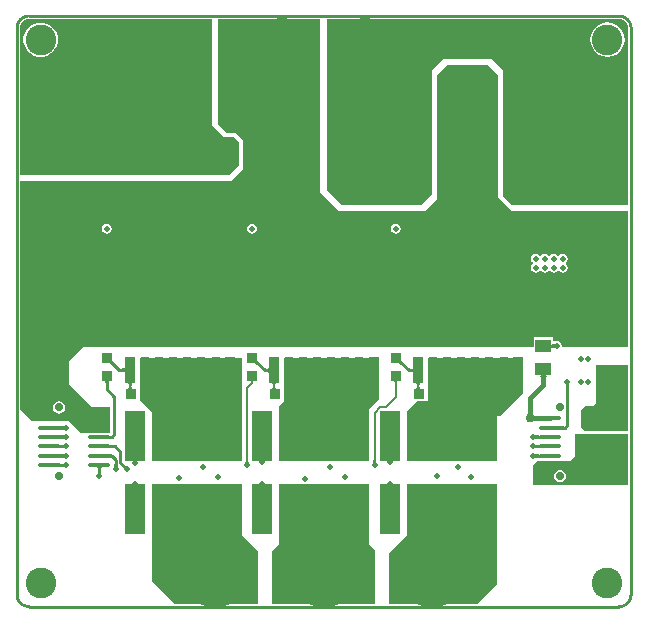
<source format=gtl>
G04*
G04 #@! TF.GenerationSoftware,Altium Limited,Altium Designer,22.0.2 (36)*
G04*
G04 Layer_Physical_Order=1*
G04 Layer_Color=255*
%FSLAX24Y24*%
%MOIN*%
G70*
G04*
G04 #@! TF.SameCoordinates,22A08989-F282-469C-B082-2707E795951A*
G04*
G04*
G04 #@! TF.FilePolarity,Positive*
G04*
G01*
G75*
%ADD14C,0.0100*%
%ADD17R,0.0661X0.1681*%
%ADD18R,0.3000X0.1681*%
%ADD19O,0.0787X0.0138*%
%ADD32C,0.0300*%
%ADD36R,0.0542X0.0446*%
%ADD37R,0.0318X0.0340*%
%ADD38R,0.0354X0.0866*%
%ADD39R,0.0315X0.0866*%
%ADD40R,0.3181X0.0315*%
%ADD41R,0.3937X0.3346*%
%ADD42R,0.0585X0.0680*%
%ADD43R,0.0340X0.0318*%
%ADD44R,0.0680X0.0585*%
%ADD45C,0.0150*%
%ADD46C,0.0080*%
%ADD47C,0.0220*%
%ADD48C,0.2362*%
%ADD49C,0.1024*%
%ADD50C,0.0591*%
%ADD51C,0.0200*%
%ADD52C,0.0276*%
G36*
X6500Y16050D02*
X6900Y15650D01*
X7250Y15650D01*
X7400Y15500D01*
Y14706D01*
X7094Y14400D01*
X102Y14400D01*
Y19291D01*
Y19320D01*
X113Y19376D01*
X135Y19430D01*
X167Y19477D01*
X208Y19518D01*
X256Y19550D01*
X309Y19572D01*
X365Y19583D01*
X394Y19583D01*
X394D01*
X394D01*
X6500Y19583D01*
Y16050D01*
D02*
G37*
G36*
X20107Y19583D02*
X20164Y19572D01*
X20217Y19550D01*
X20265Y19518D01*
X20305Y19477D01*
X20337Y19430D01*
X20359Y19376D01*
X20370Y19320D01*
X20370Y19291D01*
Y19291D01*
Y19291D01*
X20370Y13400D01*
X16500D01*
X16200Y13700D01*
Y17894D01*
X15844Y18250D01*
X14200Y18250D01*
X13850Y17900D01*
Y13756D01*
X13494Y13400D01*
X10821D01*
X10350Y13871D01*
Y19583D01*
X20079Y19583D01*
X20107Y19583D01*
D02*
G37*
G36*
X10100Y13825D02*
X10725Y13200D01*
X13594D01*
X13994Y13600D01*
X13994Y17700D01*
X14344Y18050D01*
X15694Y18050D01*
X16044Y17700D01*
X16044Y13650D01*
X16494Y13200D01*
X20370Y13200D01*
X20370Y8650D01*
X18194D01*
X18162Y8689D01*
X18163Y8694D01*
X18151Y8756D01*
X18115Y8809D01*
X18062Y8844D01*
X18000Y8857D01*
X17938Y8844D01*
X17931Y8840D01*
X17881Y8867D01*
Y8977D01*
X17219D01*
Y8650D01*
X2194Y8650D01*
X1744Y8200D01*
Y7406D01*
X2500Y6650D01*
X3100Y6650D01*
Y5800D01*
X2144Y5800D01*
X1744Y6200D01*
X500D01*
X102Y6598D01*
Y14200D01*
X7144D01*
X7544Y14600D01*
Y15550D01*
X7294Y15800D01*
X6994D01*
X6694Y16100D01*
Y19583D01*
X10100D01*
Y13825D01*
D02*
G37*
G36*
X17820Y8784D02*
X17823Y8776D01*
X17828Y8768D01*
X17835Y8762D01*
X17844Y8756D01*
X17855Y8752D01*
X17868Y8748D01*
X17883Y8746D01*
X17884Y8746D01*
X17892Y8747D01*
X17900Y8749D01*
X17907Y8751D01*
X17914Y8753D01*
X17919Y8756D01*
X17924Y8760D01*
X17929Y8764D01*
Y8624D01*
X17924Y8627D01*
X17919Y8631D01*
X17914Y8634D01*
X17907Y8637D01*
X17900Y8639D01*
X17892Y8640D01*
X17884Y8642D01*
X17883Y8642D01*
X17868Y8639D01*
X17855Y8636D01*
X17844Y8631D01*
X17835Y8626D01*
X17828Y8619D01*
X17823Y8612D01*
X17820Y8603D01*
X17819Y8594D01*
Y8794D01*
X17820Y8784D01*
D02*
G37*
G36*
X12791Y8273D02*
X12788Y8263D01*
Y8253D01*
X12791Y8241D01*
X12797Y8227D01*
X12805Y8213D01*
X12817Y8196D01*
X12831Y8179D01*
X12868Y8139D01*
X12797Y8068D01*
X12776Y8088D01*
X12740Y8119D01*
X12723Y8131D01*
X12708Y8139D01*
X12695Y8145D01*
X12683Y8148D01*
X12672D01*
X12663Y8145D01*
X12655Y8139D01*
X12797Y8280D01*
X12791Y8273D01*
D02*
G37*
G36*
X7999D02*
X7996Y8263D01*
Y8253D01*
X7999Y8241D01*
X8005Y8227D01*
X8013Y8213D01*
X8025Y8196D01*
X8039Y8179D01*
X8075Y8139D01*
X8005Y8068D01*
X7984Y8088D01*
X7947Y8119D01*
X7931Y8131D01*
X7916Y8139D01*
X7903Y8145D01*
X7891Y8148D01*
X7880D01*
X7871Y8145D01*
X7863Y8139D01*
X8005Y8280D01*
X7999Y8273D01*
D02*
G37*
G36*
X3157D02*
X3154Y8263D01*
Y8253D01*
X3157Y8241D01*
X3163Y8227D01*
X3171Y8213D01*
X3182Y8196D01*
X3197Y8179D01*
X3233Y8139D01*
X3163Y8068D01*
X3142Y8088D01*
X3105Y8119D01*
X3089Y8131D01*
X3074Y8139D01*
X3061Y8145D01*
X3049Y8148D01*
X3038D01*
X3029Y8145D01*
X3021Y8139D01*
X3163Y8280D01*
X3157Y8273D01*
D02*
G37*
G36*
X3604Y7800D02*
X3603Y7810D01*
X3600Y7818D01*
X3595Y7825D01*
X3587Y7832D01*
X3578Y7837D01*
X3567Y7842D01*
X3554Y7846D01*
X3539Y7848D01*
X3522Y7850D01*
X3502Y7850D01*
Y7950D01*
X3522Y7951D01*
X3539Y7952D01*
X3554Y7954D01*
X3567Y7958D01*
X3578Y7962D01*
X3587Y7968D01*
X3595Y7975D01*
X3600Y7982D01*
X3603Y7990D01*
X3604Y8000D01*
Y7800D01*
D02*
G37*
G36*
X13202Y7774D02*
X13201Y7784D01*
X13198Y7792D01*
X13193Y7800D01*
X13186Y7806D01*
X13177Y7812D01*
X13166Y7816D01*
X13153Y7820D01*
X13138Y7822D01*
X13120Y7824D01*
X13101Y7824D01*
Y7924D01*
X13120Y7925D01*
X13138Y7926D01*
X13153Y7929D01*
X13166Y7932D01*
X13177Y7937D01*
X13186Y7942D01*
X13193Y7949D01*
X13198Y7956D01*
X13201Y7965D01*
X13202Y7974D01*
Y7774D01*
D02*
G37*
G36*
X8396D02*
X8395Y7784D01*
X8392Y7792D01*
X8387Y7800D01*
X8380Y7806D01*
X8370Y7812D01*
X8359Y7816D01*
X8346Y7820D01*
X8331Y7822D01*
X8314Y7824D01*
X8295Y7824D01*
Y7924D01*
X8314Y7925D01*
X8331Y7926D01*
X8346Y7929D01*
X8359Y7932D01*
X8370Y7937D01*
X8380Y7942D01*
X8387Y7949D01*
X8392Y7956D01*
X8395Y7965D01*
X8396Y7974D01*
Y7774D01*
D02*
G37*
G36*
X17686Y7684D02*
X17673Y7680D01*
X17662Y7672D01*
X17652Y7662D01*
X17644Y7648D01*
X17637Y7631D01*
X17632Y7612D01*
X17628Y7589D01*
X17626Y7563D01*
X17625Y7535D01*
X17475D01*
X17474Y7563D01*
X17472Y7589D01*
X17468Y7612D01*
X17463Y7631D01*
X17456Y7648D01*
X17448Y7662D01*
X17438Y7672D01*
X17427Y7680D01*
X17414Y7684D01*
X17400Y7686D01*
X17700D01*
X17686Y7684D01*
D02*
G37*
G36*
X12700Y7546D02*
X12694Y7544D01*
X12688Y7540D01*
X12682Y7534D01*
X12678Y7527D01*
X12674Y7518D01*
X12672Y7507D01*
X12670Y7495D01*
X12668Y7481D01*
X12668Y7466D01*
X12588D01*
X12588Y7481D01*
X12586Y7495D01*
X12584Y7507D01*
X12582Y7518D01*
X12578Y7527D01*
X12574Y7534D01*
X12568Y7540D01*
X12562Y7544D01*
X12556Y7546D01*
X12548Y7547D01*
X12708D01*
X12700Y7546D01*
D02*
G37*
G36*
X7908D02*
X7901Y7544D01*
X7895Y7540D01*
X7890Y7534D01*
X7886Y7527D01*
X7882Y7518D01*
X7879Y7507D01*
X7877Y7495D01*
X7876Y7481D01*
X7876Y7466D01*
X7796D01*
X7795Y7481D01*
X7794Y7495D01*
X7792Y7507D01*
X7789Y7518D01*
X7786Y7527D01*
X7781Y7534D01*
X7776Y7540D01*
X7770Y7544D01*
X7763Y7546D01*
X7756Y7547D01*
X7916D01*
X7908Y7546D01*
D02*
G37*
G36*
X3084Y7546D02*
X3076Y7543D01*
X3068Y7538D01*
X3062Y7531D01*
X3056Y7522D01*
X3052Y7511D01*
X3048Y7497D01*
X3046Y7482D01*
X3044Y7465D01*
X3044Y7446D01*
X2944D01*
X2943Y7465D01*
X2942Y7482D01*
X2939Y7497D01*
X2936Y7511D01*
X2931Y7522D01*
X2926Y7531D01*
X2919Y7538D01*
X2912Y7543D01*
X2903Y7546D01*
X2894Y7547D01*
X3094D01*
X3084Y7546D01*
D02*
G37*
G36*
X13450Y7442D02*
X13443Y7439D01*
X13437Y7435D01*
X13432Y7430D01*
X13427Y7423D01*
X13424Y7414D01*
X13421Y7403D01*
X13419Y7391D01*
X13418Y7378D01*
X13417Y7363D01*
X13337D01*
X13337Y7378D01*
X13336Y7391D01*
X13334Y7403D01*
X13331Y7414D01*
X13327Y7423D01*
X13323Y7430D01*
X13318Y7435D01*
X13312Y7439D01*
X13305Y7442D01*
X13297Y7443D01*
X13457D01*
X13450Y7442D01*
D02*
G37*
G36*
X8643D02*
X8636Y7439D01*
X8630Y7435D01*
X8625Y7430D01*
X8621Y7423D01*
X8617Y7414D01*
X8614Y7403D01*
X8612Y7391D01*
X8611Y7378D01*
X8611Y7363D01*
X8531D01*
X8530Y7378D01*
X8529Y7391D01*
X8527Y7403D01*
X8524Y7414D01*
X8521Y7423D01*
X8516Y7430D01*
X8511Y7435D01*
X8505Y7439D01*
X8498Y7442D01*
X8491Y7443D01*
X8651D01*
X8643Y7442D01*
D02*
G37*
G36*
X3851D02*
X3844Y7439D01*
X3838Y7435D01*
X3833Y7430D01*
X3828Y7423D01*
X3825Y7414D01*
X3822Y7403D01*
X3820Y7391D01*
X3819Y7378D01*
X3818Y7363D01*
X3738D01*
X3738Y7378D01*
X3737Y7391D01*
X3735Y7403D01*
X3732Y7414D01*
X3728Y7423D01*
X3724Y7430D01*
X3719Y7435D01*
X3713Y7439D01*
X3706Y7442D01*
X3698Y7443D01*
X3858D01*
X3851Y7442D01*
D02*
G37*
G36*
X18416Y7424D02*
X18413Y7419D01*
X18410Y7414D01*
X18407Y7407D01*
X18405Y7400D01*
X18403Y7392D01*
X18402Y7384D01*
X18401Y7374D01*
X18400Y7353D01*
X18300D01*
X18300Y7364D01*
X18298Y7384D01*
X18297Y7392D01*
X18295Y7400D01*
X18293Y7407D01*
X18290Y7414D01*
X18287Y7419D01*
X18284Y7424D01*
X18280Y7429D01*
X18420D01*
X18416Y7424D01*
D02*
G37*
G36*
X13418Y7334D02*
X13419Y7320D01*
X13421Y7308D01*
X13424Y7298D01*
X13427Y7289D01*
X13432Y7282D01*
X13437Y7276D01*
X13443Y7272D01*
X13450Y7270D01*
X13457Y7269D01*
X13297D01*
X13305Y7270D01*
X13312Y7272D01*
X13318Y7276D01*
X13323Y7282D01*
X13327Y7289D01*
X13331Y7298D01*
X13334Y7308D01*
X13336Y7320D01*
X13337Y7334D01*
X13337Y7349D01*
X13417D01*
X13418Y7334D01*
D02*
G37*
G36*
X8611D02*
X8612Y7320D01*
X8614Y7308D01*
X8617Y7298D01*
X8621Y7289D01*
X8625Y7282D01*
X8630Y7276D01*
X8636Y7272D01*
X8643Y7270D01*
X8651Y7269D01*
X8491D01*
X8498Y7270D01*
X8505Y7272D01*
X8511Y7276D01*
X8516Y7282D01*
X8521Y7289D01*
X8524Y7298D01*
X8527Y7308D01*
X8529Y7320D01*
X8530Y7334D01*
X8531Y7349D01*
X8611D01*
X8611Y7334D01*
D02*
G37*
G36*
X3819D02*
X3820Y7320D01*
X3822Y7308D01*
X3825Y7298D01*
X3828Y7289D01*
X3833Y7282D01*
X3838Y7276D01*
X3844Y7272D01*
X3851Y7270D01*
X3858Y7269D01*
X3698D01*
X3706Y7270D01*
X3713Y7272D01*
X3719Y7276D01*
X3724Y7282D01*
X3728Y7289D01*
X3732Y7298D01*
X3735Y7308D01*
X3737Y7320D01*
X3738Y7334D01*
X3738Y7349D01*
X3818D01*
X3819Y7334D01*
D02*
G37*
G36*
X7500Y6400D02*
X4600D01*
X4100Y6900D01*
Y8300D01*
X7500D01*
Y6400D01*
D02*
G37*
G36*
X17175Y6490D02*
X17178Y6461D01*
X17180Y6448D01*
X17183Y6436D01*
X17186Y6425D01*
X17190Y6415D01*
X17194Y6407D01*
X17199Y6399D01*
X17205Y6393D01*
X16995D01*
X17001Y6399D01*
X17006Y6407D01*
X17010Y6415D01*
X17014Y6425D01*
X17018Y6436D01*
X17020Y6448D01*
X17022Y6461D01*
X17024Y6475D01*
X17025Y6506D01*
X17175D01*
X17175Y6490D01*
D02*
G37*
G36*
X16876Y7126D02*
X16100Y6350D01*
X13008D01*
Y6508D01*
X13350Y6850D01*
X13700D01*
Y8300D01*
X16876D01*
Y7126D01*
D02*
G37*
G36*
X12076Y6926D02*
X11736Y6586D01*
Y6350D01*
X8737D01*
Y6687D01*
X8900Y6850D01*
Y8300D01*
X12076D01*
Y6926D01*
D02*
G37*
G36*
X17214Y6385D02*
X17221Y6380D01*
X17230Y6376D01*
X17239Y6372D01*
X17250Y6368D01*
X17262Y6366D01*
X17275Y6364D01*
X17289Y6362D01*
X17320Y6361D01*
Y6211D01*
X17304Y6211D01*
X17275Y6208D01*
X17262Y6206D01*
X17250Y6203D01*
X17239Y6200D01*
X17230Y6196D01*
X17221Y6192D01*
X17214Y6187D01*
X17207Y6181D01*
Y6391D01*
X17214Y6385D01*
D02*
G37*
G36*
X1579Y5901D02*
X1574Y5905D01*
X1569Y5908D01*
X1564Y5911D01*
X1557Y5914D01*
X1550Y5916D01*
X1542Y5918D01*
X1534Y5919D01*
X1524Y5920D01*
X1515Y5920D01*
X1447Y5916D01*
X1438Y5914D01*
X1430Y5912D01*
X1423Y5910D01*
X1418Y5907D01*
Y6035D01*
X1423Y6032D01*
X1430Y6030D01*
X1438Y6028D01*
X1447Y6026D01*
X1471Y6023D01*
X1502Y6021D01*
X1516Y6021D01*
X1534Y6023D01*
X1542Y6024D01*
X1550Y6026D01*
X1557Y6028D01*
X1564Y6031D01*
X1569Y6034D01*
X1574Y6037D01*
X1579Y6041D01*
Y5901D01*
D02*
G37*
G36*
X18123Y6032D02*
X18130Y6030D01*
X18138Y6028D01*
X18147Y6026D01*
X18171Y6023D01*
X18202Y6021D01*
X18239Y6021D01*
Y5921D01*
X18220Y5921D01*
X18147Y5916D01*
X18138Y5914D01*
X18130Y5912D01*
X18123Y5910D01*
X18118Y5907D01*
Y6035D01*
X18123Y6032D01*
D02*
G37*
G36*
X20370Y5850D02*
X18944D01*
X18794Y6000D01*
Y6550D01*
X18944Y6700D01*
X19194D01*
X19294Y6800D01*
X19294Y8050D01*
X20370D01*
Y5850D01*
D02*
G37*
G36*
X1579Y5586D02*
X1574Y5590D01*
X1569Y5593D01*
X1564Y5596D01*
X1557Y5599D01*
X1550Y5601D01*
X1542Y5603D01*
X1534Y5604D01*
X1524Y5605D01*
X1515Y5605D01*
X1447Y5601D01*
X1438Y5599D01*
X1430Y5597D01*
X1423Y5595D01*
X1418Y5592D01*
Y5720D01*
X1423Y5717D01*
X1430Y5715D01*
X1438Y5713D01*
X1447Y5711D01*
X1471Y5708D01*
X1502Y5706D01*
X1516Y5706D01*
X1534Y5708D01*
X1542Y5709D01*
X1550Y5711D01*
X1557Y5713D01*
X1564Y5716D01*
X1569Y5719D01*
X1574Y5722D01*
X1579Y5726D01*
Y5586D01*
D02*
G37*
G36*
X17276Y5722D02*
X17281Y5719D01*
X17286Y5716D01*
X17293Y5713D01*
X17300Y5711D01*
X17308Y5709D01*
X17316Y5708D01*
X17325Y5707D01*
X17387Y5711D01*
X17396Y5713D01*
X17404Y5715D01*
X17411Y5717D01*
X17416Y5720D01*
Y5592D01*
X17411Y5595D01*
X17404Y5597D01*
X17396Y5599D01*
X17387Y5601D01*
X17362Y5604D01*
X17332Y5605D01*
X17332Y5605D01*
X17316Y5604D01*
X17308Y5603D01*
X17300Y5601D01*
X17293Y5599D01*
X17286Y5596D01*
X17281Y5593D01*
X17276Y5590D01*
X17271Y5586D01*
Y5726D01*
X17276Y5722D01*
D02*
G37*
G36*
X1579Y5271D02*
X1574Y5275D01*
X1569Y5278D01*
X1564Y5281D01*
X1557Y5284D01*
X1550Y5286D01*
X1542Y5288D01*
X1534Y5289D01*
X1524Y5290D01*
X1515Y5290D01*
X1447Y5286D01*
X1438Y5284D01*
X1430Y5282D01*
X1423Y5280D01*
X1418Y5277D01*
Y5405D01*
X1423Y5402D01*
X1430Y5400D01*
X1438Y5398D01*
X1447Y5396D01*
X1471Y5393D01*
X1502Y5391D01*
X1516Y5391D01*
X1534Y5393D01*
X1542Y5394D01*
X1550Y5396D01*
X1557Y5398D01*
X1564Y5401D01*
X1569Y5404D01*
X1574Y5407D01*
X1579Y5411D01*
Y5271D01*
D02*
G37*
G36*
X17276Y5407D02*
X17281Y5404D01*
X17286Y5401D01*
X17293Y5398D01*
X17300Y5396D01*
X17308Y5394D01*
X17316Y5393D01*
X17325Y5392D01*
X17387Y5396D01*
X17396Y5398D01*
X17404Y5400D01*
X17411Y5402D01*
X17416Y5405D01*
Y5277D01*
X17411Y5280D01*
X17404Y5282D01*
X17396Y5284D01*
X17387Y5286D01*
X17362Y5289D01*
X17332Y5290D01*
X17332Y5290D01*
X17316Y5289D01*
X17308Y5288D01*
X17300Y5286D01*
X17293Y5284D01*
X17286Y5281D01*
X17281Y5278D01*
X17276Y5275D01*
X17271Y5271D01*
Y5411D01*
X17276Y5407D01*
D02*
G37*
G36*
X3077Y5402D02*
X3083Y5400D01*
X3091Y5398D01*
X3101Y5396D01*
X3125Y5393D01*
X3155Y5391D01*
X3192Y5391D01*
Y5291D01*
X3173Y5291D01*
X3101Y5286D01*
X3091Y5284D01*
X3083Y5282D01*
X3077Y5280D01*
X3072Y5277D01*
Y5405D01*
X3077Y5402D01*
D02*
G37*
G36*
X1579Y4956D02*
X1574Y4960D01*
X1569Y4963D01*
X1564Y4966D01*
X1557Y4969D01*
X1550Y4971D01*
X1542Y4973D01*
X1534Y4974D01*
X1524Y4975D01*
X1515Y4976D01*
X1447Y4971D01*
X1438Y4969D01*
X1430Y4967D01*
X1423Y4965D01*
X1418Y4962D01*
Y5090D01*
X1423Y5087D01*
X1430Y5085D01*
X1438Y5083D01*
X1447Y5081D01*
X1471Y5078D01*
X1502Y5077D01*
X1516Y5076D01*
X1534Y5078D01*
X1542Y5079D01*
X1550Y5081D01*
X1557Y5083D01*
X1564Y5086D01*
X1569Y5089D01*
X1574Y5092D01*
X1579Y5096D01*
Y4956D01*
D02*
G37*
G36*
X3078Y5083D02*
X3081Y5082D01*
X3086Y5080D01*
X3093Y5079D01*
X3101Y5078D01*
X3139Y5076D01*
X3174Y5076D01*
Y4976D01*
X3156Y4976D01*
X3086Y4972D01*
X3081Y4970D01*
X3078Y4969D01*
X3077Y4967D01*
Y5085D01*
X3078Y5083D01*
D02*
G37*
G36*
X17276Y5092D02*
X17281Y5089D01*
X17286Y5086D01*
X17293Y5083D01*
X17300Y5081D01*
X17308Y5079D01*
X17316Y5078D01*
X17325Y5077D01*
X17387Y5081D01*
X17396Y5083D01*
X17404Y5085D01*
X17411Y5087D01*
X17416Y5090D01*
Y4962D01*
X17411Y4965D01*
X17404Y4967D01*
X17396Y4969D01*
X17387Y4971D01*
X17362Y4974D01*
X17332Y4975D01*
X17332Y4975D01*
X17316Y4974D01*
X17308Y4973D01*
X17300Y4971D01*
X17293Y4969D01*
X17286Y4966D01*
X17281Y4963D01*
X17276Y4960D01*
X17271Y4956D01*
Y5096D01*
X17276Y5092D01*
D02*
G37*
G36*
X11959Y4866D02*
X11960Y4856D01*
X11961Y4847D01*
X11964Y4838D01*
X11966Y4830D01*
X11970Y4822D01*
X11973Y4815D01*
X11978Y4808D01*
X11983Y4801D01*
X11989Y4795D01*
X11849D01*
X11854Y4801D01*
X11860Y4808D01*
X11864Y4815D01*
X11868Y4822D01*
X11871Y4830D01*
X11874Y4838D01*
X11876Y4847D01*
X11878Y4856D01*
X11878Y4866D01*
X11879Y4876D01*
X11959D01*
X11959Y4866D01*
D02*
G37*
G36*
X7714D02*
X7715Y4856D01*
X7717Y4847D01*
X7719Y4838D01*
X7721Y4830D01*
X7725Y4822D01*
X7729Y4815D01*
X7733Y4808D01*
X7738Y4801D01*
X7744Y4795D01*
X7604D01*
X7610Y4801D01*
X7615Y4808D01*
X7619Y4815D01*
X7623Y4822D01*
X7626Y4830D01*
X7629Y4838D01*
X7631Y4847D01*
X7633Y4856D01*
X7634Y4866D01*
X7634Y4876D01*
X7714D01*
X7714Y4866D01*
D02*
G37*
G36*
X1579Y4641D02*
X1574Y4645D01*
X1569Y4648D01*
X1564Y4651D01*
X1557Y4654D01*
X1550Y4656D01*
X1542Y4658D01*
X1534Y4659D01*
X1524Y4660D01*
X1515Y4661D01*
X1447Y4656D01*
X1438Y4654D01*
X1430Y4652D01*
X1423Y4650D01*
X1418Y4647D01*
Y4775D01*
X1423Y4772D01*
X1430Y4770D01*
X1438Y4768D01*
X1447Y4766D01*
X1471Y4763D01*
X1502Y4762D01*
X1516Y4761D01*
X1534Y4763D01*
X1542Y4764D01*
X1550Y4766D01*
X1557Y4768D01*
X1564Y4771D01*
X1569Y4774D01*
X1574Y4777D01*
X1579Y4781D01*
Y4641D01*
D02*
G37*
G36*
X3350Y4736D02*
X3352Y4716D01*
X3353Y4708D01*
X3355Y4700D01*
X3357Y4693D01*
X3360Y4686D01*
X3363Y4681D01*
X3366Y4676D01*
X3370Y4671D01*
X3230D01*
X3234Y4676D01*
X3237Y4681D01*
X3240Y4686D01*
X3243Y4693D01*
X3245Y4700D01*
X3247Y4708D01*
X3248Y4716D01*
X3249Y4726D01*
X3250Y4747D01*
X3350D01*
X3350Y4736D01*
D02*
G37*
G36*
X3595Y4726D02*
X3610Y4713D01*
X3617Y4708D01*
X3624Y4704D01*
X3631Y4700D01*
X3637Y4698D01*
X3643Y4696D01*
X3649Y4694D01*
X3655Y4694D01*
X3556Y4595D01*
X3555Y4601D01*
X3554Y4607D01*
X3552Y4613D01*
X3550Y4619D01*
X3546Y4626D01*
X3542Y4633D01*
X3537Y4640D01*
X3531Y4647D01*
X3517Y4662D01*
X3588Y4733D01*
X3595Y4726D01*
D02*
G37*
G36*
X2840Y4642D02*
X2832Y4639D01*
X2824Y4634D01*
X2818Y4627D01*
X2812Y4618D01*
X2808Y4607D01*
X2804Y4594D01*
X2802Y4578D01*
X2801Y4561D01*
X2800Y4542D01*
X2700D01*
X2700Y4561D01*
X2698Y4578D01*
X2695Y4594D01*
X2692Y4607D01*
X2688Y4618D01*
X2682Y4627D01*
X2675Y4634D01*
X2668Y4639D01*
X2659Y4642D01*
X2650Y4643D01*
X2850D01*
X2840Y4642D01*
D02*
G37*
G36*
X2800Y4486D02*
X2802Y4466D01*
X2803Y4458D01*
X2805Y4450D01*
X2807Y4443D01*
X2810Y4436D01*
X2813Y4431D01*
X2816Y4426D01*
X2820Y4421D01*
X2680D01*
X2684Y4426D01*
X2687Y4431D01*
X2690Y4436D01*
X2693Y4443D01*
X2695Y4450D01*
X2697Y4458D01*
X2698Y4466D01*
X2699Y4476D01*
X2700Y4497D01*
X2800D01*
X2800Y4486D01*
D02*
G37*
G36*
X20370Y4042D02*
X17200D01*
Y4700D01*
X17350Y4850D01*
X18444Y4850D01*
X18594Y5000D01*
Y5750D01*
X20370D01*
Y4042D01*
D02*
G37*
G36*
X16000Y750D02*
X15352Y102D01*
X12400D01*
Y1800D01*
X13000Y2400D01*
Y4100D01*
X16000D01*
Y750D01*
D02*
G37*
G36*
X11726Y4078D02*
Y2074D01*
X11950Y1850D01*
Y102D01*
X8500D01*
Y1850D01*
X8738Y2088D01*
Y4056D01*
X8773Y4091D01*
X11726Y4078D01*
D02*
G37*
G36*
X7499Y4088D02*
X7500Y4087D01*
X7515Y3291D01*
X7498Y2402D01*
X8050Y1850D01*
Y102D01*
X5248D01*
X4500Y850D01*
Y4043D01*
X4546Y4089D01*
X7499Y4088D01*
D02*
G37*
%LPC*%
G36*
X863Y19469D02*
X712D01*
X567Y19430D01*
X436Y19355D01*
X330Y19249D01*
X255Y19118D01*
X216Y18973D01*
Y18822D01*
X255Y18677D01*
X330Y18547D01*
X436Y18440D01*
X567Y18365D01*
X712Y18326D01*
X863D01*
X1008Y18365D01*
X1138Y18440D01*
X1245Y18547D01*
X1320Y18677D01*
X1359Y18822D01*
Y18973D01*
X1320Y19118D01*
X1245Y19249D01*
X1138Y19355D01*
X1008Y19430D01*
X863Y19469D01*
D02*
G37*
G36*
X19685Y19474D02*
X19536Y19455D01*
X19397Y19397D01*
X19277Y19305D01*
X19186Y19186D01*
X19128Y19047D01*
X19108Y18898D01*
X19128Y18748D01*
X19186Y18609D01*
X19277Y18490D01*
X19397Y18398D01*
X19536Y18341D01*
X19685Y18321D01*
X19834Y18341D01*
X19973Y18398D01*
X20093Y18490D01*
X20185Y18609D01*
X20242Y18748D01*
X20262Y18898D01*
X20242Y19047D01*
X20185Y19186D01*
X20093Y19305D01*
X19973Y19397D01*
X19834Y19455D01*
X19685Y19474D01*
D02*
G37*
G36*
X12628Y12763D02*
X12566Y12751D01*
X12513Y12715D01*
X12477Y12662D01*
X12465Y12600D01*
X12477Y12538D01*
X12513Y12485D01*
X12566Y12449D01*
X12628Y12437D01*
X12690Y12449D01*
X12743Y12485D01*
X12779Y12538D01*
X12791Y12600D01*
X12779Y12662D01*
X12743Y12715D01*
X12690Y12751D01*
X12628Y12763D01*
D02*
G37*
G36*
X7836D02*
X7773Y12751D01*
X7720Y12715D01*
X7685Y12662D01*
X7673Y12600D01*
X7685Y12538D01*
X7720Y12485D01*
X7773Y12449D01*
X7836Y12437D01*
X7898Y12449D01*
X7951Y12485D01*
X7987Y12538D01*
X7999Y12600D01*
X7987Y12662D01*
X7951Y12715D01*
X7898Y12751D01*
X7836Y12763D01*
D02*
G37*
G36*
X3000D02*
X2938Y12751D01*
X2885Y12715D01*
X2849Y12662D01*
X2837Y12600D01*
X2849Y12538D01*
X2885Y12485D01*
X2938Y12449D01*
X3000Y12437D01*
X3062Y12449D01*
X3115Y12485D01*
X3151Y12538D01*
X3163Y12600D01*
X3151Y12662D01*
X3115Y12715D01*
X3062Y12751D01*
X3000Y12763D01*
D02*
G37*
G36*
X18200Y11763D02*
X18138Y11751D01*
X18085Y11715D01*
X18075Y11701D01*
X18025D01*
X18015Y11715D01*
X17962Y11751D01*
X17900Y11763D01*
X17838Y11751D01*
X17785Y11715D01*
X17775Y11701D01*
X17725D01*
X17715Y11715D01*
X17662Y11751D01*
X17600Y11763D01*
X17538Y11751D01*
X17485Y11715D01*
X17475Y11701D01*
X17425D01*
X17415Y11715D01*
X17362Y11751D01*
X17300Y11763D01*
X17238Y11751D01*
X17185Y11715D01*
X17149Y11662D01*
X17137Y11600D01*
X17149Y11538D01*
X17185Y11485D01*
X17199Y11475D01*
Y11425D01*
X17185Y11415D01*
X17149Y11362D01*
X17137Y11300D01*
X17149Y11238D01*
X17185Y11185D01*
X17238Y11149D01*
X17300Y11137D01*
X17362Y11149D01*
X17415Y11185D01*
X17425Y11199D01*
X17475D01*
X17485Y11185D01*
X17538Y11149D01*
X17600Y11137D01*
X17662Y11149D01*
X17715Y11185D01*
X17725Y11199D01*
X17775D01*
X17785Y11185D01*
X17838Y11149D01*
X17900Y11137D01*
X17962Y11149D01*
X18015Y11185D01*
X18025Y11199D01*
X18075D01*
X18085Y11185D01*
X18138Y11149D01*
X18200Y11137D01*
X18262Y11149D01*
X18315Y11185D01*
X18351Y11238D01*
X18363Y11300D01*
X18351Y11362D01*
X18315Y11415D01*
X18301Y11425D01*
Y11475D01*
X18315Y11485D01*
X18351Y11538D01*
X18363Y11600D01*
X18351Y11662D01*
X18315Y11715D01*
X18262Y11751D01*
X18200Y11763D01*
D02*
G37*
G36*
X1402Y6842D02*
X1324Y6826D01*
X1259Y6783D01*
X1215Y6717D01*
X1200Y6640D01*
X1215Y6563D01*
X1259Y6498D01*
X1324Y6454D01*
X1402Y6438D01*
X1479Y6454D01*
X1544Y6498D01*
X1588Y6563D01*
X1603Y6640D01*
X1588Y6717D01*
X1544Y6783D01*
X1479Y6826D01*
X1402Y6842D01*
D02*
G37*
G36*
X18102Y4558D02*
X18024Y4543D01*
X17959Y4499D01*
X17915Y4434D01*
X17900Y4357D01*
X17915Y4280D01*
X17959Y4214D01*
X18024Y4170D01*
X18102Y4155D01*
X18179Y4170D01*
X18244Y4214D01*
X18288Y4280D01*
X18303Y4357D01*
X18288Y4434D01*
X18244Y4499D01*
X18179Y4543D01*
X18102Y4558D01*
D02*
G37*
%LPD*%
D14*
X17767Y5971D02*
X18271D01*
X18350Y6050D01*
Y7500D01*
X17550Y8694D02*
X18000D01*
X3450Y4800D02*
X3656Y4594D01*
X3300Y4600D02*
Y4900D01*
X3450Y4800D02*
Y5150D01*
X2720Y5026D02*
X3174D01*
X3300Y4900D01*
X3259Y5341D02*
X3450Y5150D01*
X2750Y4350D02*
Y4684D01*
X1067Y4711D02*
X1650D01*
X1067Y5026D02*
X1650D01*
X17200D02*
X17767D01*
X17200Y5341D02*
X17767D01*
X17200Y5656D02*
X17767D01*
X2720Y5341D02*
X3259D01*
X3250Y5753D02*
Y7000D01*
X3153Y5656D02*
X3250Y5753D01*
X2720Y5656D02*
X3153D01*
X2994Y7256D02*
X3250Y7000D01*
X2994Y7256D02*
Y7703D01*
X13061Y7874D02*
X13377D01*
X12639Y8297D02*
X13061Y7874D01*
X8269D02*
X8571D01*
X7847Y8297D02*
X8269Y7874D01*
X3005Y8297D02*
X3402Y7900D01*
X3753D01*
X1067Y5341D02*
X1650D01*
X1067Y5656D02*
X1650D01*
X1067Y5971D02*
X1650D01*
X20079Y0D02*
G03*
X20472Y394I0J394D01*
G01*
Y19291D02*
G03*
X20079Y19685I-394J0D01*
G01*
X394D02*
G03*
X0Y19291I0J-394D01*
G01*
Y394D02*
G03*
X394Y0I394J0D01*
G01*
Y19685D02*
X20079D01*
X394Y0D02*
X20079D01*
X0Y394D02*
Y19291D01*
X20472Y394D02*
Y19291D01*
D17*
X3939Y3250D02*
D03*
Y5672D02*
D03*
X12441D02*
D03*
Y3250D02*
D03*
X8165Y5672D02*
D03*
Y3250D02*
D03*
D18*
X6010D02*
D03*
Y5672D02*
D03*
X14512D02*
D03*
Y3250D02*
D03*
X10235Y5672D02*
D03*
Y3250D02*
D03*
D19*
X17767Y5971D02*
D03*
Y5656D02*
D03*
Y5341D02*
D03*
Y5026D02*
D03*
Y4711D02*
D03*
X19420D02*
D03*
Y5026D02*
D03*
Y5341D02*
D03*
Y5656D02*
D03*
Y5971D02*
D03*
Y6286D02*
D03*
X17767D02*
D03*
X2720Y4711D02*
D03*
Y5026D02*
D03*
Y5341D02*
D03*
Y5656D02*
D03*
Y5971D02*
D03*
Y6286D02*
D03*
X1067Y4711D02*
D03*
Y5026D02*
D03*
Y5341D02*
D03*
Y5656D02*
D03*
Y5971D02*
D03*
Y6286D02*
D03*
D32*
X17100D02*
D03*
D36*
X17550Y8694D02*
D03*
Y7906D02*
D03*
D37*
X3803Y7100D02*
D03*
X4397D02*
D03*
X13395D02*
D03*
X13988D02*
D03*
X8589D02*
D03*
X9182D02*
D03*
D38*
X3778Y7874D02*
D03*
X7105D02*
D03*
X16704D02*
D03*
X13377D02*
D03*
X11897D02*
D03*
X8571D02*
D03*
D39*
X4261D02*
D03*
X4733D02*
D03*
X5206D02*
D03*
X5678D02*
D03*
X6150D02*
D03*
X6623D02*
D03*
X16222D02*
D03*
X15749D02*
D03*
X15277D02*
D03*
X14804D02*
D03*
X14332D02*
D03*
X13859D02*
D03*
X11415D02*
D03*
X10943D02*
D03*
X10470D02*
D03*
X9998D02*
D03*
X9525D02*
D03*
X9053D02*
D03*
D40*
X5694Y8150D02*
D03*
X15293D02*
D03*
X10486D02*
D03*
D41*
X5442Y10748D02*
D03*
X15041D02*
D03*
X10234D02*
D03*
D42*
X14571Y15650D02*
D03*
X13317D02*
D03*
X14571Y13850D02*
D03*
X13317D02*
D03*
Y14750D02*
D03*
X14571D02*
D03*
X16671Y17450D02*
D03*
X15417D02*
D03*
X5917Y16550D02*
D03*
X7171D02*
D03*
X5917Y17450D02*
D03*
X7171D02*
D03*
X5917Y18350D02*
D03*
X7171D02*
D03*
X13317Y17450D02*
D03*
X14571D02*
D03*
X16671Y16550D02*
D03*
X15417D02*
D03*
X13317D02*
D03*
X14571D02*
D03*
X16671Y13850D02*
D03*
X15417D02*
D03*
X16671Y14750D02*
D03*
X15417D02*
D03*
X16671Y15650D02*
D03*
X15417D02*
D03*
D43*
X7836Y7703D02*
D03*
Y8297D02*
D03*
X2994D02*
D03*
Y7703D02*
D03*
X12628Y8297D02*
D03*
Y7703D02*
D03*
D44*
X3894Y15027D02*
D03*
Y13773D02*
D03*
X4794Y15027D02*
D03*
Y13773D02*
D03*
X5694Y15027D02*
D03*
Y13773D02*
D03*
X6594Y15027D02*
D03*
Y13773D02*
D03*
D45*
X17550Y7400D02*
Y7906D01*
X17100Y6950D02*
X17550Y7400D01*
X17100Y6286D02*
Y6950D01*
Y6286D02*
X17767D01*
D46*
X2723Y4711D02*
X2750Y4684D01*
X2720Y4711D02*
X2723D01*
X12300Y6650D02*
X12628Y6978D01*
X11919Y6469D02*
X12100Y6650D01*
X12300D01*
X11919Y4769D02*
Y6469D01*
X12628Y6978D02*
Y7703D01*
X7674Y7293D02*
X7836Y7455D01*
X7674Y4724D02*
Y7293D01*
X13377Y7118D02*
X13395Y7100D01*
X13377Y7118D02*
Y7874D01*
X8571Y7118D02*
Y7874D01*
Y7118D02*
X8589Y7100D01*
X3778Y7125D02*
X3803Y7100D01*
X3778Y7125D02*
Y7874D01*
X7836Y7455D02*
Y7703D01*
X12628Y8297D02*
X12639D01*
X7836D02*
X7847D01*
X3753Y7900D02*
X3778Y7874D01*
X2994Y8297D02*
X3005D01*
D47*
X8850Y19050D02*
D03*
X8426Y18874D02*
D03*
X8250Y18450D02*
D03*
X8426Y18026D02*
D03*
X8850Y17850D02*
D03*
X9274Y18026D02*
D03*
X9450Y18450D02*
D03*
X9274Y18874D02*
D03*
X10224Y1750D02*
D03*
X9800Y1574D02*
D03*
X9624Y1150D02*
D03*
X9800Y726D02*
D03*
X10224Y550D02*
D03*
X10649Y726D02*
D03*
X10824Y1150D02*
D03*
X10649Y1574D02*
D03*
X6600Y1750D02*
D03*
X6176Y1574D02*
D03*
X6000Y1150D02*
D03*
X6176Y726D02*
D03*
X6600Y550D02*
D03*
X7024Y726D02*
D03*
X7200Y1150D02*
D03*
X7024Y1574D02*
D03*
X14274D02*
D03*
X14450Y1150D02*
D03*
X14274Y726D02*
D03*
X13850Y550D02*
D03*
X13426Y726D02*
D03*
X13250Y1150D02*
D03*
X13426Y1574D02*
D03*
X13850Y1750D02*
D03*
X12024Y18874D02*
D03*
X12200Y18450D02*
D03*
X12024Y18026D02*
D03*
X11600Y17850D02*
D03*
X11176Y18026D02*
D03*
X11000Y18450D02*
D03*
X11176Y18874D02*
D03*
X11600Y19050D02*
D03*
D48*
X8850Y18450D02*
D03*
X10224Y1150D02*
D03*
X6600D02*
D03*
X13850D02*
D03*
X11600Y18450D02*
D03*
D49*
X19685Y18898D02*
D03*
Y787D02*
D03*
X787Y18898D02*
D03*
Y787D02*
D03*
D50*
X9238Y15450D02*
D03*
X11206D02*
D03*
D51*
X3939Y4804D02*
D03*
X5400Y4300D02*
D03*
X6200Y4650D02*
D03*
X3939Y4100D02*
D03*
X17599Y13843D02*
D03*
Y14143D02*
D03*
Y14443D02*
D03*
Y14743D02*
D03*
Y15043D02*
D03*
Y15343D02*
D03*
Y15643D02*
D03*
Y15943D02*
D03*
Y16243D02*
D03*
Y16543D02*
D03*
Y16843D02*
D03*
Y17143D02*
D03*
Y17443D02*
D03*
Y17743D02*
D03*
Y18093D02*
D03*
X4750Y19050D02*
D03*
Y18700D02*
D03*
Y18350D02*
D03*
Y18000D02*
D03*
Y17650D02*
D03*
Y17300D02*
D03*
Y16950D02*
D03*
Y16600D02*
D03*
Y16250D02*
D03*
X18200Y11600D02*
D03*
X17900D02*
D03*
X17600D02*
D03*
X17300D02*
D03*
Y11300D02*
D03*
X18200D02*
D03*
X17900D02*
D03*
X17600D02*
D03*
X18200Y10650D02*
D03*
Y10400D02*
D03*
Y10150D02*
D03*
Y9900D02*
D03*
Y9650D02*
D03*
Y9400D02*
D03*
Y9150D02*
D03*
X17900Y10650D02*
D03*
Y10400D02*
D03*
Y10150D02*
D03*
Y9900D02*
D03*
Y9650D02*
D03*
Y9400D02*
D03*
Y9150D02*
D03*
X17600D02*
D03*
Y9400D02*
D03*
Y9650D02*
D03*
Y9900D02*
D03*
Y10150D02*
D03*
Y10400D02*
D03*
Y10650D02*
D03*
X2250Y10167D02*
D03*
Y9867D02*
D03*
Y9567D02*
D03*
Y9267D02*
D03*
Y8967D02*
D03*
X1950D02*
D03*
Y9267D02*
D03*
Y9567D02*
D03*
Y9867D02*
D03*
Y10167D02*
D03*
X2250Y10467D02*
D03*
X1950D02*
D03*
X1650D02*
D03*
Y10167D02*
D03*
Y9867D02*
D03*
Y9567D02*
D03*
Y9267D02*
D03*
Y8967D02*
D03*
X1650Y10750D02*
D03*
Y11050D02*
D03*
Y11350D02*
D03*
Y11650D02*
D03*
Y11950D02*
D03*
Y12250D02*
D03*
X1950D02*
D03*
X2250D02*
D03*
X1950Y11950D02*
D03*
Y11650D02*
D03*
Y11350D02*
D03*
Y11050D02*
D03*
Y10750D02*
D03*
X2250D02*
D03*
Y11050D02*
D03*
Y11350D02*
D03*
Y11650D02*
D03*
Y11950D02*
D03*
X2900Y13900D02*
D03*
Y13550D02*
D03*
Y15200D02*
D03*
Y14800D02*
D03*
X19800Y6650D02*
D03*
X19450D02*
D03*
X20000Y6300D02*
D03*
Y6050D02*
D03*
X19450Y7350D02*
D03*
X19750D02*
D03*
X20050D02*
D03*
Y7600D02*
D03*
Y7850D02*
D03*
X15000Y13350D02*
D03*
X3550Y15900D02*
D03*
X3950D02*
D03*
X4350D02*
D03*
X4750D02*
D03*
X3200Y15600D02*
D03*
Y15200D02*
D03*
Y14800D02*
D03*
X3550Y15600D02*
D03*
X3950D02*
D03*
X4350D02*
D03*
X4750D02*
D03*
X5150D02*
D03*
X5650D02*
D03*
X6600D02*
D03*
X6150D02*
D03*
X5150Y15900D02*
D03*
X5650D02*
D03*
X6150D02*
D03*
X5150Y16250D02*
D03*
Y16600D02*
D03*
Y16950D02*
D03*
Y17300D02*
D03*
Y17650D02*
D03*
Y18000D02*
D03*
Y18350D02*
D03*
Y18700D02*
D03*
Y19050D02*
D03*
X5500D02*
D03*
X5850D02*
D03*
X6200D02*
D03*
X3200Y13900D02*
D03*
Y13550D02*
D03*
X7650Y14150D02*
D03*
Y13850D02*
D03*
Y13550D02*
D03*
X7250Y13850D02*
D03*
Y13550D02*
D03*
X8600D02*
D03*
X9000D02*
D03*
X15000Y17650D02*
D03*
Y17250D02*
D03*
Y16750D02*
D03*
Y16300D02*
D03*
Y15750D02*
D03*
Y15350D02*
D03*
Y14850D02*
D03*
Y14300D02*
D03*
Y13800D02*
D03*
X16200Y18450D02*
D03*
X17250Y18100D02*
D03*
X16950D02*
D03*
X16650D02*
D03*
X16350D02*
D03*
X15900Y18450D02*
D03*
X15600D02*
D03*
X15300D02*
D03*
X15000D02*
D03*
X14700D02*
D03*
X14400D02*
D03*
X14100D02*
D03*
X13800D02*
D03*
X13500D02*
D03*
X13200D02*
D03*
X13700Y18100D02*
D03*
X13350D02*
D03*
X13050D02*
D03*
X17250Y17750D02*
D03*
Y17450D02*
D03*
Y17150D02*
D03*
Y16850D02*
D03*
Y16550D02*
D03*
Y16250D02*
D03*
Y15950D02*
D03*
Y15650D02*
D03*
Y15350D02*
D03*
Y15050D02*
D03*
Y14750D02*
D03*
Y14450D02*
D03*
Y14150D02*
D03*
Y13850D02*
D03*
X12700D02*
D03*
X12300D02*
D03*
X11900D02*
D03*
X11500D02*
D03*
X12700Y14150D02*
D03*
X12300D02*
D03*
X11900D02*
D03*
X11500D02*
D03*
X12700Y14450D02*
D03*
X12300D02*
D03*
X11900D02*
D03*
X11500D02*
D03*
X12700Y14750D02*
D03*
X12300D02*
D03*
X11500D02*
D03*
X11900D02*
D03*
X8600Y13850D02*
D03*
X9000D02*
D03*
X8600Y14150D02*
D03*
X9000D02*
D03*
X8600Y14450D02*
D03*
X9000D02*
D03*
X8600Y14750D02*
D03*
X9000D02*
D03*
X8400Y15050D02*
D03*
X8788D02*
D03*
X8200Y16100D02*
D03*
X8600Y15300D02*
D03*
X11700Y15000D02*
D03*
X12100D02*
D03*
X12500D02*
D03*
X11900Y15300D02*
D03*
X12700D02*
D03*
X12300D02*
D03*
X12700Y15600D02*
D03*
X12300D02*
D03*
X11900D02*
D03*
X12500Y15850D02*
D03*
X12100D02*
D03*
X11700D02*
D03*
X12700Y16100D02*
D03*
Y16400D02*
D03*
Y16700D02*
D03*
Y17000D02*
D03*
X12300D02*
D03*
Y16700D02*
D03*
Y16400D02*
D03*
Y16100D02*
D03*
X11900Y17000D02*
D03*
Y16700D02*
D03*
Y16400D02*
D03*
Y16100D02*
D03*
X11500D02*
D03*
Y16400D02*
D03*
Y16700D02*
D03*
Y17000D02*
D03*
X7800Y17350D02*
D03*
X8200Y15600D02*
D03*
X8000Y15850D02*
D03*
X7800Y17000D02*
D03*
Y16700D02*
D03*
Y16400D02*
D03*
Y16100D02*
D03*
X8600Y15600D02*
D03*
X8400Y15850D02*
D03*
X8200Y16400D02*
D03*
Y16700D02*
D03*
Y17000D02*
D03*
X8600D02*
D03*
Y16700D02*
D03*
Y16400D02*
D03*
Y16100D02*
D03*
X8800Y15850D02*
D03*
X9000Y16100D02*
D03*
Y16400D02*
D03*
Y16700D02*
D03*
Y17000D02*
D03*
X19700Y4350D02*
D03*
X19400D02*
D03*
X19100D02*
D03*
X17650Y4250D02*
D03*
X17350D02*
D03*
Y4550D02*
D03*
X20000Y5100D02*
D03*
Y5350D02*
D03*
Y5600D02*
D03*
X18750Y5100D02*
D03*
Y5350D02*
D03*
Y5600D02*
D03*
X19050Y7500D02*
D03*
X18800D02*
D03*
X19050Y8250D02*
D03*
X18800D02*
D03*
X14600Y2350D02*
D03*
X15650D02*
D03*
X15400D02*
D03*
X15100D02*
D03*
X14850D02*
D03*
X15050Y350D02*
D03*
X15400D02*
D03*
X15550Y550D02*
D03*
X15250D02*
D03*
X15700Y750D02*
D03*
X15400D02*
D03*
X15250Y950D02*
D03*
X15800D02*
D03*
X15550D02*
D03*
X15400Y1150D02*
D03*
X15650D02*
D03*
X15800Y1350D02*
D03*
X15550D02*
D03*
X15400Y1550D02*
D03*
X15650D02*
D03*
X15800Y1750D02*
D03*
X15250D02*
D03*
X15550D02*
D03*
X15650Y1950D02*
D03*
X15400D02*
D03*
X15100D02*
D03*
X15800Y2150D02*
D03*
X15550D02*
D03*
X15250D02*
D03*
X15000D02*
D03*
X14750D02*
D03*
X13200Y2350D02*
D03*
X13000Y2150D02*
D03*
X11050Y2350D02*
D03*
X11350D02*
D03*
X9400D02*
D03*
X9100D02*
D03*
X6050Y2400D02*
D03*
X5750D02*
D03*
X7250Y2350D02*
D03*
X5450Y2400D02*
D03*
X5150D02*
D03*
X4850D02*
D03*
X4700Y2200D02*
D03*
X7450D02*
D03*
X5600D02*
D03*
X5300D02*
D03*
X5000D02*
D03*
X12800Y2000D02*
D03*
X12650Y1800D02*
D03*
X12558Y860D02*
D03*
Y1090D02*
D03*
Y1550D02*
D03*
Y1320D02*
D03*
Y630D02*
D03*
Y400D02*
D03*
X11300Y350D02*
D03*
X11600D02*
D03*
X11450Y600D02*
D03*
X11750D02*
D03*
X11600Y800D02*
D03*
X11800Y950D02*
D03*
X11600Y1150D02*
D03*
X11800Y1350D02*
D03*
X11600Y1550D02*
D03*
X11800Y1750D02*
D03*
X11450D02*
D03*
X11650Y1950D02*
D03*
X11350D02*
D03*
X11500Y2150D02*
D03*
X11200D02*
D03*
X9100Y350D02*
D03*
X8800D02*
D03*
X8950Y550D02*
D03*
X8650D02*
D03*
X8800Y750D02*
D03*
X8650Y950D02*
D03*
X8800Y1150D02*
D03*
X8650Y1350D02*
D03*
X8800Y1550D02*
D03*
X8650Y1750D02*
D03*
X8950D02*
D03*
X8800Y1950D02*
D03*
X9100D02*
D03*
X8950Y2150D02*
D03*
X9250D02*
D03*
X7900Y400D02*
D03*
Y630D02*
D03*
Y1320D02*
D03*
Y1550D02*
D03*
Y1090D02*
D03*
Y860D02*
D03*
X7800Y1800D02*
D03*
X7650Y2000D02*
D03*
X5450Y400D02*
D03*
X5300Y600D02*
D03*
X5150Y400D02*
D03*
X5000Y600D02*
D03*
X4850Y800D02*
D03*
X5150D02*
D03*
X4700Y1000D02*
D03*
X5000D02*
D03*
X4850Y1200D02*
D03*
X5150D02*
D03*
X4700Y1400D02*
D03*
X5000D02*
D03*
X5150Y1600D02*
D03*
X4850D02*
D03*
X5300Y1800D02*
D03*
X5000D02*
D03*
X4700D02*
D03*
X4850Y2000D02*
D03*
X5150D02*
D03*
X5450D02*
D03*
X15150Y4334D02*
D03*
X18000Y8694D02*
D03*
X18350Y7500D02*
D03*
X6700Y4334D02*
D03*
X10950D02*
D03*
X9600Y4251D02*
D03*
X8165Y4100D02*
D03*
X11919Y4724D02*
D03*
X3300Y4600D02*
D03*
X3656Y4594D02*
D03*
X2750Y4350D02*
D03*
X7674Y4724D02*
D03*
X16500Y7100D02*
D03*
X11600Y6900D02*
D03*
X16400D02*
D03*
X16150D02*
D03*
X15900D02*
D03*
X15650D02*
D03*
X15400D02*
D03*
X15150D02*
D03*
X14900D02*
D03*
X14650D02*
D03*
X14400D02*
D03*
X16250Y7100D02*
D03*
X16000D02*
D03*
X15750D02*
D03*
X15500D02*
D03*
X15250D02*
D03*
X15000D02*
D03*
X14750D02*
D03*
X16400Y7300D02*
D03*
X16150D02*
D03*
X15900D02*
D03*
X15650D02*
D03*
X15400D02*
D03*
X15150D02*
D03*
X14900D02*
D03*
X14500Y7100D02*
D03*
X14400Y7300D02*
D03*
X14650D02*
D03*
X11350Y6900D02*
D03*
X11100D02*
D03*
X10850D02*
D03*
X10600D02*
D03*
X10350D02*
D03*
X10100D02*
D03*
X9850D02*
D03*
X9600D02*
D03*
X11450Y7100D02*
D03*
X11200D02*
D03*
X10950D02*
D03*
X10700D02*
D03*
X10450D02*
D03*
X10200D02*
D03*
X9950D02*
D03*
X9726Y7095D02*
D03*
X9600Y7300D02*
D03*
X11600D02*
D03*
X11350D02*
D03*
X11100D02*
D03*
X10850D02*
D03*
X10600D02*
D03*
X10350D02*
D03*
X10100D02*
D03*
X9850D02*
D03*
X1650Y4711D02*
D03*
Y5026D02*
D03*
X6900Y6900D02*
D03*
X6650D02*
D03*
X6400D02*
D03*
X6150D02*
D03*
X5900D02*
D03*
X5650D02*
D03*
X5400D02*
D03*
X5150D02*
D03*
X4900D02*
D03*
X7050Y7100D02*
D03*
X6800D02*
D03*
X6550D02*
D03*
X6300D02*
D03*
X6050D02*
D03*
X5800D02*
D03*
X5550D02*
D03*
X5300D02*
D03*
X5050D02*
D03*
X7150Y7300D02*
D03*
X6900D02*
D03*
X6650D02*
D03*
X6400D02*
D03*
X6150D02*
D03*
X5900D02*
D03*
X5650D02*
D03*
X5400D02*
D03*
X5150D02*
D03*
X4900D02*
D03*
X14000Y4350D02*
D03*
X10450Y4671D02*
D03*
X14700D02*
D03*
X12441Y4828D02*
D03*
X17200Y5026D02*
D03*
X12441Y4080D02*
D03*
X17200Y5341D02*
D03*
Y5656D02*
D03*
X8165Y4828D02*
D03*
X7836Y12600D02*
D03*
X12628D02*
D03*
X3000D02*
D03*
X1650Y5341D02*
D03*
Y5656D02*
D03*
Y5971D02*
D03*
D52*
X18102Y4357D02*
D03*
Y6640D02*
D03*
X1402D02*
D03*
Y4357D02*
D03*
M02*

</source>
